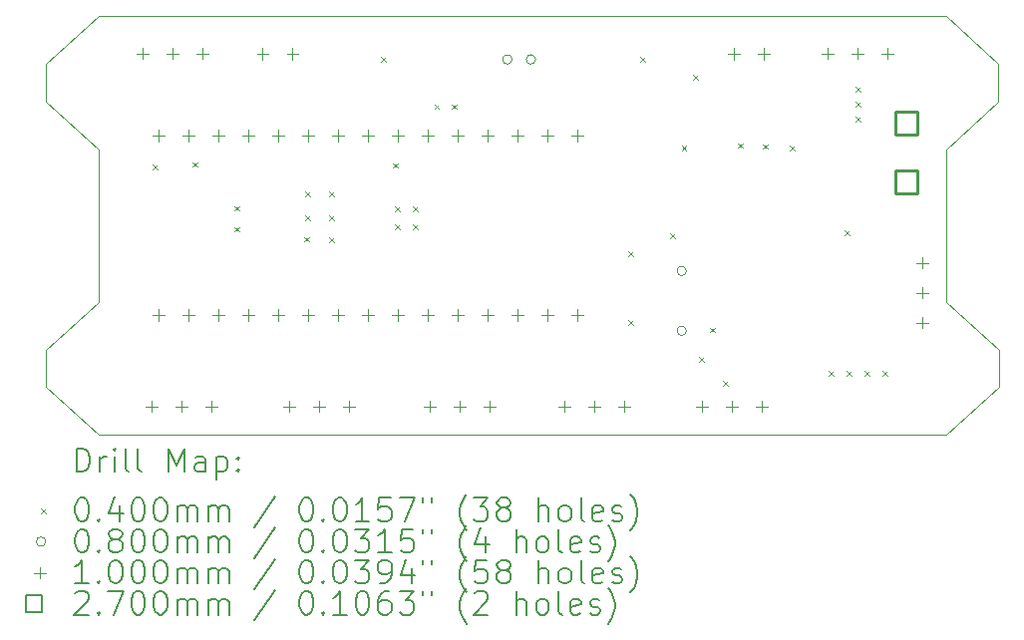
<source format=gbr>
%TF.GenerationSoftware,KiCad,Pcbnew,8.0.5*%
%TF.CreationDate,2024-09-28T12:56:41-04:00*%
%TF.ProjectId,luytenPCB,6c757974-656e-4504-9342-2e6b69636164,rev?*%
%TF.SameCoordinates,Original*%
%TF.FileFunction,Drillmap*%
%TF.FilePolarity,Positive*%
%FSLAX45Y45*%
G04 Gerber Fmt 4.5, Leading zero omitted, Abs format (unit mm)*
G04 Created by KiCad (PCBNEW 8.0.5) date 2024-09-28 12:56:41*
%MOMM*%
%LPD*%
G01*
G04 APERTURE LIST*
%ADD10C,0.100000*%
%ADD11C,0.200000*%
%ADD12C,0.270000*%
G04 APERTURE END LIST*
D10*
X4629150Y-6286500D02*
X4184650Y-5880100D01*
X4184650Y-5562600D02*
X4629150Y-5156200D01*
X11830050Y-5156200D02*
X12274550Y-5562600D01*
X4629150Y-3860800D02*
X4629150Y-5156200D01*
X12274550Y-5562600D02*
X12274550Y-5880100D01*
X11823700Y-2730500D02*
X12268200Y-3136900D01*
X12268200Y-3454400D02*
X11823700Y-3860800D01*
X4184650Y-3454400D02*
X4184650Y-3136900D01*
X11830050Y-6286500D02*
X4629150Y-6286500D01*
X4629150Y-3860800D02*
X4184650Y-3454400D01*
X12274550Y-5880100D02*
X11830050Y-6286500D01*
X4629150Y-2730500D02*
X11823700Y-2730500D01*
X4184650Y-5880100D02*
X4184650Y-5562600D01*
X12268200Y-3136900D02*
X12268200Y-3454400D01*
X11823700Y-3860800D02*
X11830050Y-5156200D01*
X4184650Y-3136900D02*
X4629150Y-2730500D01*
D11*
D10*
X5085400Y-3993200D02*
X5125400Y-4033200D01*
X5125400Y-3993200D02*
X5085400Y-4033200D01*
X5425760Y-3972880D02*
X5465760Y-4012880D01*
X5465760Y-3972880D02*
X5425760Y-4012880D01*
X5781360Y-4343720D02*
X5821360Y-4383720D01*
X5821360Y-4343720D02*
X5781360Y-4383720D01*
X5781360Y-4521520D02*
X5821360Y-4561520D01*
X5821360Y-4521520D02*
X5781360Y-4561520D01*
X6375720Y-4607880D02*
X6415720Y-4647880D01*
X6415720Y-4607880D02*
X6375720Y-4647880D01*
X6380800Y-4221800D02*
X6420800Y-4261800D01*
X6420800Y-4221800D02*
X6380800Y-4261800D01*
X6380800Y-4425000D02*
X6420800Y-4465000D01*
X6420800Y-4425000D02*
X6380800Y-4465000D01*
X6584000Y-4221800D02*
X6624000Y-4261800D01*
X6624000Y-4221800D02*
X6584000Y-4261800D01*
X6584000Y-4425000D02*
X6624000Y-4465000D01*
X6624000Y-4425000D02*
X6584000Y-4465000D01*
X6584000Y-4612960D02*
X6624000Y-4652960D01*
X6624000Y-4612960D02*
X6584000Y-4652960D01*
X7030000Y-3080000D02*
X7070000Y-3120000D01*
X7070000Y-3080000D02*
X7030000Y-3120000D01*
X7130000Y-3980000D02*
X7170000Y-4020000D01*
X7170000Y-3980000D02*
X7130000Y-4020000D01*
X7142800Y-4348800D02*
X7182800Y-4388800D01*
X7182800Y-4348800D02*
X7142800Y-4388800D01*
X7142800Y-4501200D02*
X7182800Y-4541200D01*
X7182800Y-4501200D02*
X7142800Y-4541200D01*
X7295200Y-4348800D02*
X7335200Y-4388800D01*
X7335200Y-4348800D02*
X7295200Y-4388800D01*
X7295200Y-4501200D02*
X7335200Y-4541200D01*
X7335200Y-4501200D02*
X7295200Y-4541200D01*
X7480000Y-3480000D02*
X7520000Y-3520000D01*
X7520000Y-3480000D02*
X7480000Y-3520000D01*
X7630000Y-3480000D02*
X7670000Y-3520000D01*
X7670000Y-3480000D02*
X7630000Y-3520000D01*
X9130000Y-4730000D02*
X9170000Y-4770000D01*
X9170000Y-4730000D02*
X9130000Y-4770000D01*
X9130000Y-5314000D02*
X9170000Y-5354000D01*
X9170000Y-5314000D02*
X9130000Y-5354000D01*
X9230000Y-3080000D02*
X9270000Y-3120000D01*
X9270000Y-3080000D02*
X9230000Y-3120000D01*
X9480000Y-4580000D02*
X9520000Y-4620000D01*
X9520000Y-4580000D02*
X9480000Y-4620000D01*
X9580000Y-3830000D02*
X9620000Y-3870000D01*
X9620000Y-3830000D02*
X9580000Y-3870000D01*
X9680000Y-3230000D02*
X9720000Y-3270000D01*
X9720000Y-3230000D02*
X9680000Y-3270000D01*
X9730000Y-5630000D02*
X9770000Y-5670000D01*
X9770000Y-5630000D02*
X9730000Y-5670000D01*
X9822500Y-5377500D02*
X9862500Y-5417500D01*
X9862500Y-5377500D02*
X9822500Y-5417500D01*
X9930000Y-5830000D02*
X9970000Y-5870000D01*
X9970000Y-5830000D02*
X9930000Y-5870000D01*
X10058720Y-3810320D02*
X10098720Y-3850320D01*
X10098720Y-3810320D02*
X10058720Y-3850320D01*
X10272080Y-3820480D02*
X10312080Y-3860480D01*
X10312080Y-3820480D02*
X10272080Y-3860480D01*
X10495600Y-3830640D02*
X10535600Y-3870640D01*
X10535600Y-3830640D02*
X10495600Y-3870640D01*
X10825800Y-5745800D02*
X10865800Y-5785800D01*
X10865800Y-5745800D02*
X10825800Y-5785800D01*
X10965500Y-4552000D02*
X11005500Y-4592000D01*
X11005500Y-4552000D02*
X10965500Y-4592000D01*
X10978200Y-5745800D02*
X11018200Y-5785800D01*
X11018200Y-5745800D02*
X10978200Y-5785800D01*
X11054400Y-3332800D02*
X11094400Y-3372800D01*
X11094400Y-3332800D02*
X11054400Y-3372800D01*
X11054400Y-3459800D02*
X11094400Y-3499800D01*
X11094400Y-3459800D02*
X11054400Y-3499800D01*
X11054400Y-3586800D02*
X11094400Y-3626800D01*
X11094400Y-3586800D02*
X11054400Y-3626800D01*
X11130600Y-5745800D02*
X11170600Y-5785800D01*
X11170600Y-5745800D02*
X11130600Y-5785800D01*
X11283000Y-5745800D02*
X11323000Y-5785800D01*
X11323000Y-5745800D02*
X11283000Y-5785800D01*
X8140000Y-3100000D02*
G75*
G02*
X8060000Y-3100000I-40000J0D01*
G01*
X8060000Y-3100000D02*
G75*
G02*
X8140000Y-3100000I40000J0D01*
G01*
X8340000Y-3100000D02*
G75*
G02*
X8260000Y-3100000I-40000J0D01*
G01*
X8260000Y-3100000D02*
G75*
G02*
X8340000Y-3100000I40000J0D01*
G01*
X9620270Y-4897120D02*
G75*
G02*
X9540270Y-4897120I-40000J0D01*
G01*
X9540270Y-4897120D02*
G75*
G02*
X9620270Y-4897120I40000J0D01*
G01*
X9620270Y-5405120D02*
G75*
G02*
X9540270Y-5405120I-40000J0D01*
G01*
X9540270Y-5405120D02*
G75*
G02*
X9620270Y-5405120I40000J0D01*
G01*
X5005300Y-2998000D02*
X5005300Y-3098000D01*
X4955300Y-3048000D02*
X5055300Y-3048000D01*
X5080000Y-5995200D02*
X5080000Y-6095200D01*
X5030000Y-6045200D02*
X5130000Y-6045200D01*
X5135880Y-3693960D02*
X5135880Y-3793960D01*
X5085880Y-3743960D02*
X5185880Y-3743960D01*
X5135880Y-5217960D02*
X5135880Y-5317960D01*
X5085880Y-5267960D02*
X5185880Y-5267960D01*
X5259300Y-2998000D02*
X5259300Y-3098000D01*
X5209300Y-3048000D02*
X5309300Y-3048000D01*
X5334000Y-5995200D02*
X5334000Y-6095200D01*
X5284000Y-6045200D02*
X5384000Y-6045200D01*
X5389880Y-3693960D02*
X5389880Y-3793960D01*
X5339880Y-3743960D02*
X5439880Y-3743960D01*
X5389880Y-5217960D02*
X5389880Y-5317960D01*
X5339880Y-5267960D02*
X5439880Y-5267960D01*
X5513300Y-2998000D02*
X5513300Y-3098000D01*
X5463300Y-3048000D02*
X5563300Y-3048000D01*
X5588000Y-5995200D02*
X5588000Y-6095200D01*
X5538000Y-6045200D02*
X5638000Y-6045200D01*
X5643880Y-3693960D02*
X5643880Y-3793960D01*
X5593880Y-3743960D02*
X5693880Y-3743960D01*
X5643880Y-5217960D02*
X5643880Y-5317960D01*
X5593880Y-5267960D02*
X5693880Y-5267960D01*
X5897880Y-3693960D02*
X5897880Y-3793960D01*
X5847880Y-3743960D02*
X5947880Y-3743960D01*
X5897880Y-5217960D02*
X5897880Y-5317960D01*
X5847880Y-5267960D02*
X5947880Y-5267960D01*
X6022500Y-3000000D02*
X6022500Y-3100000D01*
X5972500Y-3050000D02*
X6072500Y-3050000D01*
X6151880Y-3693960D02*
X6151880Y-3793960D01*
X6101880Y-3743960D02*
X6201880Y-3743960D01*
X6151880Y-5217960D02*
X6151880Y-5317960D01*
X6101880Y-5267960D02*
X6201880Y-5267960D01*
X6248400Y-5995200D02*
X6248400Y-6095200D01*
X6198400Y-6045200D02*
X6298400Y-6045200D01*
X6276500Y-3000000D02*
X6276500Y-3100000D01*
X6226500Y-3050000D02*
X6326500Y-3050000D01*
X6405880Y-3693960D02*
X6405880Y-3793960D01*
X6355880Y-3743960D02*
X6455880Y-3743960D01*
X6405880Y-5217960D02*
X6405880Y-5317960D01*
X6355880Y-5267960D02*
X6455880Y-5267960D01*
X6502400Y-5995200D02*
X6502400Y-6095200D01*
X6452400Y-6045200D02*
X6552400Y-6045200D01*
X6659880Y-3693960D02*
X6659880Y-3793960D01*
X6609880Y-3743960D02*
X6709880Y-3743960D01*
X6659880Y-5217960D02*
X6659880Y-5317960D01*
X6609880Y-5267960D02*
X6709880Y-5267960D01*
X6756400Y-5995200D02*
X6756400Y-6095200D01*
X6706400Y-6045200D02*
X6806400Y-6045200D01*
X6913880Y-3693960D02*
X6913880Y-3793960D01*
X6863880Y-3743960D02*
X6963880Y-3743960D01*
X6913880Y-5217960D02*
X6913880Y-5317960D01*
X6863880Y-5267960D02*
X6963880Y-5267960D01*
X7167880Y-3693960D02*
X7167880Y-3793960D01*
X7117880Y-3743960D02*
X7217880Y-3743960D01*
X7167880Y-5217960D02*
X7167880Y-5317960D01*
X7117880Y-5267960D02*
X7217880Y-5267960D01*
X7421880Y-3693960D02*
X7421880Y-3793960D01*
X7371880Y-3743960D02*
X7471880Y-3743960D01*
X7421880Y-5217960D02*
X7421880Y-5317960D01*
X7371880Y-5267960D02*
X7471880Y-5267960D01*
X7442200Y-5995200D02*
X7442200Y-6095200D01*
X7392200Y-6045200D02*
X7492200Y-6045200D01*
X7675880Y-3693960D02*
X7675880Y-3793960D01*
X7625880Y-3743960D02*
X7725880Y-3743960D01*
X7675880Y-5217960D02*
X7675880Y-5317960D01*
X7625880Y-5267960D02*
X7725880Y-5267960D01*
X7696200Y-5995200D02*
X7696200Y-6095200D01*
X7646200Y-6045200D02*
X7746200Y-6045200D01*
X7929880Y-3693960D02*
X7929880Y-3793960D01*
X7879880Y-3743960D02*
X7979880Y-3743960D01*
X7929880Y-5217960D02*
X7929880Y-5317960D01*
X7879880Y-5267960D02*
X7979880Y-5267960D01*
X7950200Y-5995200D02*
X7950200Y-6095200D01*
X7900200Y-6045200D02*
X8000200Y-6045200D01*
X8183880Y-3693960D02*
X8183880Y-3793960D01*
X8133880Y-3743960D02*
X8233880Y-3743960D01*
X8183880Y-5217960D02*
X8183880Y-5317960D01*
X8133880Y-5267960D02*
X8233880Y-5267960D01*
X8437880Y-3693960D02*
X8437880Y-3793960D01*
X8387880Y-3743960D02*
X8487880Y-3743960D01*
X8437880Y-5217960D02*
X8437880Y-5317960D01*
X8387880Y-5267960D02*
X8487880Y-5267960D01*
X8585200Y-5995200D02*
X8585200Y-6095200D01*
X8535200Y-6045200D02*
X8635200Y-6045200D01*
X8691880Y-3693960D02*
X8691880Y-3793960D01*
X8641880Y-3743960D02*
X8741880Y-3743960D01*
X8691880Y-5217960D02*
X8691880Y-5317960D01*
X8641880Y-5267960D02*
X8741880Y-5267960D01*
X8839200Y-5995200D02*
X8839200Y-6095200D01*
X8789200Y-6045200D02*
X8889200Y-6045200D01*
X9093200Y-5995200D02*
X9093200Y-6095200D01*
X9043200Y-6045200D02*
X9143200Y-6045200D01*
X9755100Y-5995200D02*
X9755100Y-6095200D01*
X9705100Y-6045200D02*
X9805100Y-6045200D01*
X10009100Y-5995200D02*
X10009100Y-6095200D01*
X9959100Y-6045200D02*
X10059100Y-6045200D01*
X10023500Y-3000000D02*
X10023500Y-3100000D01*
X9973500Y-3050000D02*
X10073500Y-3050000D01*
X10263100Y-5995200D02*
X10263100Y-6095200D01*
X10213100Y-6045200D02*
X10313100Y-6045200D01*
X10277500Y-3000000D02*
X10277500Y-3100000D01*
X10227500Y-3050000D02*
X10327500Y-3050000D01*
X10818900Y-2998000D02*
X10818900Y-3098000D01*
X10768900Y-3048000D02*
X10868900Y-3048000D01*
X11072900Y-2998000D02*
X11072900Y-3098000D01*
X11022900Y-3048000D02*
X11122900Y-3048000D01*
X11326900Y-2998000D02*
X11326900Y-3098000D01*
X11276900Y-3048000D02*
X11376900Y-3048000D01*
X11622555Y-4776000D02*
X11622555Y-4876000D01*
X11572555Y-4826000D02*
X11672555Y-4826000D01*
X11622555Y-5030000D02*
X11622555Y-5130000D01*
X11572555Y-5080000D02*
X11672555Y-5080000D01*
X11622555Y-5284000D02*
X11622555Y-5384000D01*
X11572555Y-5334000D02*
X11672555Y-5334000D01*
D12*
X11583449Y-3735376D02*
X11583449Y-3544456D01*
X11392529Y-3544456D01*
X11392529Y-3735376D01*
X11583449Y-3735376D01*
X11583449Y-4235377D02*
X11583449Y-4044456D01*
X11392529Y-4044456D01*
X11392529Y-4235377D01*
X11583449Y-4235377D01*
D11*
X4440427Y-6602984D02*
X4440427Y-6402984D01*
X4440427Y-6402984D02*
X4488046Y-6402984D01*
X4488046Y-6402984D02*
X4516617Y-6412508D01*
X4516617Y-6412508D02*
X4535665Y-6431555D01*
X4535665Y-6431555D02*
X4545189Y-6450603D01*
X4545189Y-6450603D02*
X4554713Y-6488698D01*
X4554713Y-6488698D02*
X4554713Y-6517269D01*
X4554713Y-6517269D02*
X4545189Y-6555365D01*
X4545189Y-6555365D02*
X4535665Y-6574412D01*
X4535665Y-6574412D02*
X4516617Y-6593460D01*
X4516617Y-6593460D02*
X4488046Y-6602984D01*
X4488046Y-6602984D02*
X4440427Y-6602984D01*
X4640427Y-6602984D02*
X4640427Y-6469650D01*
X4640427Y-6507746D02*
X4649951Y-6488698D01*
X4649951Y-6488698D02*
X4659474Y-6479174D01*
X4659474Y-6479174D02*
X4678522Y-6469650D01*
X4678522Y-6469650D02*
X4697570Y-6469650D01*
X4764236Y-6602984D02*
X4764236Y-6469650D01*
X4764236Y-6402984D02*
X4754713Y-6412508D01*
X4754713Y-6412508D02*
X4764236Y-6422031D01*
X4764236Y-6422031D02*
X4773760Y-6412508D01*
X4773760Y-6412508D02*
X4764236Y-6402984D01*
X4764236Y-6402984D02*
X4764236Y-6422031D01*
X4888046Y-6602984D02*
X4868998Y-6593460D01*
X4868998Y-6593460D02*
X4859474Y-6574412D01*
X4859474Y-6574412D02*
X4859474Y-6402984D01*
X4992808Y-6602984D02*
X4973760Y-6593460D01*
X4973760Y-6593460D02*
X4964236Y-6574412D01*
X4964236Y-6574412D02*
X4964236Y-6402984D01*
X5221379Y-6602984D02*
X5221379Y-6402984D01*
X5221379Y-6402984D02*
X5288046Y-6545841D01*
X5288046Y-6545841D02*
X5354713Y-6402984D01*
X5354713Y-6402984D02*
X5354713Y-6602984D01*
X5535665Y-6602984D02*
X5535665Y-6498222D01*
X5535665Y-6498222D02*
X5526141Y-6479174D01*
X5526141Y-6479174D02*
X5507094Y-6469650D01*
X5507094Y-6469650D02*
X5468998Y-6469650D01*
X5468998Y-6469650D02*
X5449951Y-6479174D01*
X5535665Y-6593460D02*
X5516617Y-6602984D01*
X5516617Y-6602984D02*
X5468998Y-6602984D01*
X5468998Y-6602984D02*
X5449951Y-6593460D01*
X5449951Y-6593460D02*
X5440427Y-6574412D01*
X5440427Y-6574412D02*
X5440427Y-6555365D01*
X5440427Y-6555365D02*
X5449951Y-6536317D01*
X5449951Y-6536317D02*
X5468998Y-6526793D01*
X5468998Y-6526793D02*
X5516617Y-6526793D01*
X5516617Y-6526793D02*
X5535665Y-6517269D01*
X5630903Y-6469650D02*
X5630903Y-6669650D01*
X5630903Y-6479174D02*
X5649951Y-6469650D01*
X5649951Y-6469650D02*
X5688046Y-6469650D01*
X5688046Y-6469650D02*
X5707093Y-6479174D01*
X5707093Y-6479174D02*
X5716617Y-6488698D01*
X5716617Y-6488698D02*
X5726141Y-6507746D01*
X5726141Y-6507746D02*
X5726141Y-6564888D01*
X5726141Y-6564888D02*
X5716617Y-6583936D01*
X5716617Y-6583936D02*
X5707093Y-6593460D01*
X5707093Y-6593460D02*
X5688046Y-6602984D01*
X5688046Y-6602984D02*
X5649951Y-6602984D01*
X5649951Y-6602984D02*
X5630903Y-6593460D01*
X5811855Y-6583936D02*
X5821379Y-6593460D01*
X5821379Y-6593460D02*
X5811855Y-6602984D01*
X5811855Y-6602984D02*
X5802332Y-6593460D01*
X5802332Y-6593460D02*
X5811855Y-6583936D01*
X5811855Y-6583936D02*
X5811855Y-6602984D01*
X5811855Y-6479174D02*
X5821379Y-6488698D01*
X5821379Y-6488698D02*
X5811855Y-6498222D01*
X5811855Y-6498222D02*
X5802332Y-6488698D01*
X5802332Y-6488698D02*
X5811855Y-6479174D01*
X5811855Y-6479174D02*
X5811855Y-6498222D01*
D10*
X4139650Y-6911500D02*
X4179650Y-6951500D01*
X4179650Y-6911500D02*
X4139650Y-6951500D01*
D11*
X4478522Y-6822984D02*
X4497570Y-6822984D01*
X4497570Y-6822984D02*
X4516617Y-6832508D01*
X4516617Y-6832508D02*
X4526141Y-6842031D01*
X4526141Y-6842031D02*
X4535665Y-6861079D01*
X4535665Y-6861079D02*
X4545189Y-6899174D01*
X4545189Y-6899174D02*
X4545189Y-6946793D01*
X4545189Y-6946793D02*
X4535665Y-6984888D01*
X4535665Y-6984888D02*
X4526141Y-7003936D01*
X4526141Y-7003936D02*
X4516617Y-7013460D01*
X4516617Y-7013460D02*
X4497570Y-7022984D01*
X4497570Y-7022984D02*
X4478522Y-7022984D01*
X4478522Y-7022984D02*
X4459474Y-7013460D01*
X4459474Y-7013460D02*
X4449951Y-7003936D01*
X4449951Y-7003936D02*
X4440427Y-6984888D01*
X4440427Y-6984888D02*
X4430903Y-6946793D01*
X4430903Y-6946793D02*
X4430903Y-6899174D01*
X4430903Y-6899174D02*
X4440427Y-6861079D01*
X4440427Y-6861079D02*
X4449951Y-6842031D01*
X4449951Y-6842031D02*
X4459474Y-6832508D01*
X4459474Y-6832508D02*
X4478522Y-6822984D01*
X4630903Y-7003936D02*
X4640427Y-7013460D01*
X4640427Y-7013460D02*
X4630903Y-7022984D01*
X4630903Y-7022984D02*
X4621379Y-7013460D01*
X4621379Y-7013460D02*
X4630903Y-7003936D01*
X4630903Y-7003936D02*
X4630903Y-7022984D01*
X4811855Y-6889650D02*
X4811855Y-7022984D01*
X4764236Y-6813460D02*
X4716617Y-6956317D01*
X4716617Y-6956317D02*
X4840427Y-6956317D01*
X4954713Y-6822984D02*
X4973760Y-6822984D01*
X4973760Y-6822984D02*
X4992808Y-6832508D01*
X4992808Y-6832508D02*
X5002332Y-6842031D01*
X5002332Y-6842031D02*
X5011855Y-6861079D01*
X5011855Y-6861079D02*
X5021379Y-6899174D01*
X5021379Y-6899174D02*
X5021379Y-6946793D01*
X5021379Y-6946793D02*
X5011855Y-6984888D01*
X5011855Y-6984888D02*
X5002332Y-7003936D01*
X5002332Y-7003936D02*
X4992808Y-7013460D01*
X4992808Y-7013460D02*
X4973760Y-7022984D01*
X4973760Y-7022984D02*
X4954713Y-7022984D01*
X4954713Y-7022984D02*
X4935665Y-7013460D01*
X4935665Y-7013460D02*
X4926141Y-7003936D01*
X4926141Y-7003936D02*
X4916617Y-6984888D01*
X4916617Y-6984888D02*
X4907094Y-6946793D01*
X4907094Y-6946793D02*
X4907094Y-6899174D01*
X4907094Y-6899174D02*
X4916617Y-6861079D01*
X4916617Y-6861079D02*
X4926141Y-6842031D01*
X4926141Y-6842031D02*
X4935665Y-6832508D01*
X4935665Y-6832508D02*
X4954713Y-6822984D01*
X5145189Y-6822984D02*
X5164236Y-6822984D01*
X5164236Y-6822984D02*
X5183284Y-6832508D01*
X5183284Y-6832508D02*
X5192808Y-6842031D01*
X5192808Y-6842031D02*
X5202332Y-6861079D01*
X5202332Y-6861079D02*
X5211855Y-6899174D01*
X5211855Y-6899174D02*
X5211855Y-6946793D01*
X5211855Y-6946793D02*
X5202332Y-6984888D01*
X5202332Y-6984888D02*
X5192808Y-7003936D01*
X5192808Y-7003936D02*
X5183284Y-7013460D01*
X5183284Y-7013460D02*
X5164236Y-7022984D01*
X5164236Y-7022984D02*
X5145189Y-7022984D01*
X5145189Y-7022984D02*
X5126141Y-7013460D01*
X5126141Y-7013460D02*
X5116617Y-7003936D01*
X5116617Y-7003936D02*
X5107094Y-6984888D01*
X5107094Y-6984888D02*
X5097570Y-6946793D01*
X5097570Y-6946793D02*
X5097570Y-6899174D01*
X5097570Y-6899174D02*
X5107094Y-6861079D01*
X5107094Y-6861079D02*
X5116617Y-6842031D01*
X5116617Y-6842031D02*
X5126141Y-6832508D01*
X5126141Y-6832508D02*
X5145189Y-6822984D01*
X5297570Y-7022984D02*
X5297570Y-6889650D01*
X5297570Y-6908698D02*
X5307094Y-6899174D01*
X5307094Y-6899174D02*
X5326141Y-6889650D01*
X5326141Y-6889650D02*
X5354713Y-6889650D01*
X5354713Y-6889650D02*
X5373760Y-6899174D01*
X5373760Y-6899174D02*
X5383284Y-6918222D01*
X5383284Y-6918222D02*
X5383284Y-7022984D01*
X5383284Y-6918222D02*
X5392808Y-6899174D01*
X5392808Y-6899174D02*
X5411855Y-6889650D01*
X5411855Y-6889650D02*
X5440427Y-6889650D01*
X5440427Y-6889650D02*
X5459475Y-6899174D01*
X5459475Y-6899174D02*
X5468998Y-6918222D01*
X5468998Y-6918222D02*
X5468998Y-7022984D01*
X5564236Y-7022984D02*
X5564236Y-6889650D01*
X5564236Y-6908698D02*
X5573760Y-6899174D01*
X5573760Y-6899174D02*
X5592808Y-6889650D01*
X5592808Y-6889650D02*
X5621379Y-6889650D01*
X5621379Y-6889650D02*
X5640427Y-6899174D01*
X5640427Y-6899174D02*
X5649951Y-6918222D01*
X5649951Y-6918222D02*
X5649951Y-7022984D01*
X5649951Y-6918222D02*
X5659474Y-6899174D01*
X5659474Y-6899174D02*
X5678522Y-6889650D01*
X5678522Y-6889650D02*
X5707093Y-6889650D01*
X5707093Y-6889650D02*
X5726141Y-6899174D01*
X5726141Y-6899174D02*
X5735665Y-6918222D01*
X5735665Y-6918222D02*
X5735665Y-7022984D01*
X6126141Y-6813460D02*
X5954713Y-7070603D01*
X6383284Y-6822984D02*
X6402332Y-6822984D01*
X6402332Y-6822984D02*
X6421379Y-6832508D01*
X6421379Y-6832508D02*
X6430903Y-6842031D01*
X6430903Y-6842031D02*
X6440427Y-6861079D01*
X6440427Y-6861079D02*
X6449951Y-6899174D01*
X6449951Y-6899174D02*
X6449951Y-6946793D01*
X6449951Y-6946793D02*
X6440427Y-6984888D01*
X6440427Y-6984888D02*
X6430903Y-7003936D01*
X6430903Y-7003936D02*
X6421379Y-7013460D01*
X6421379Y-7013460D02*
X6402332Y-7022984D01*
X6402332Y-7022984D02*
X6383284Y-7022984D01*
X6383284Y-7022984D02*
X6364236Y-7013460D01*
X6364236Y-7013460D02*
X6354713Y-7003936D01*
X6354713Y-7003936D02*
X6345189Y-6984888D01*
X6345189Y-6984888D02*
X6335665Y-6946793D01*
X6335665Y-6946793D02*
X6335665Y-6899174D01*
X6335665Y-6899174D02*
X6345189Y-6861079D01*
X6345189Y-6861079D02*
X6354713Y-6842031D01*
X6354713Y-6842031D02*
X6364236Y-6832508D01*
X6364236Y-6832508D02*
X6383284Y-6822984D01*
X6535665Y-7003936D02*
X6545189Y-7013460D01*
X6545189Y-7013460D02*
X6535665Y-7022984D01*
X6535665Y-7022984D02*
X6526141Y-7013460D01*
X6526141Y-7013460D02*
X6535665Y-7003936D01*
X6535665Y-7003936D02*
X6535665Y-7022984D01*
X6668998Y-6822984D02*
X6688046Y-6822984D01*
X6688046Y-6822984D02*
X6707094Y-6832508D01*
X6707094Y-6832508D02*
X6716617Y-6842031D01*
X6716617Y-6842031D02*
X6726141Y-6861079D01*
X6726141Y-6861079D02*
X6735665Y-6899174D01*
X6735665Y-6899174D02*
X6735665Y-6946793D01*
X6735665Y-6946793D02*
X6726141Y-6984888D01*
X6726141Y-6984888D02*
X6716617Y-7003936D01*
X6716617Y-7003936D02*
X6707094Y-7013460D01*
X6707094Y-7013460D02*
X6688046Y-7022984D01*
X6688046Y-7022984D02*
X6668998Y-7022984D01*
X6668998Y-7022984D02*
X6649951Y-7013460D01*
X6649951Y-7013460D02*
X6640427Y-7003936D01*
X6640427Y-7003936D02*
X6630903Y-6984888D01*
X6630903Y-6984888D02*
X6621379Y-6946793D01*
X6621379Y-6946793D02*
X6621379Y-6899174D01*
X6621379Y-6899174D02*
X6630903Y-6861079D01*
X6630903Y-6861079D02*
X6640427Y-6842031D01*
X6640427Y-6842031D02*
X6649951Y-6832508D01*
X6649951Y-6832508D02*
X6668998Y-6822984D01*
X6926141Y-7022984D02*
X6811856Y-7022984D01*
X6868998Y-7022984D02*
X6868998Y-6822984D01*
X6868998Y-6822984D02*
X6849951Y-6851555D01*
X6849951Y-6851555D02*
X6830903Y-6870603D01*
X6830903Y-6870603D02*
X6811856Y-6880127D01*
X7107094Y-6822984D02*
X7011856Y-6822984D01*
X7011856Y-6822984D02*
X7002332Y-6918222D01*
X7002332Y-6918222D02*
X7011856Y-6908698D01*
X7011856Y-6908698D02*
X7030903Y-6899174D01*
X7030903Y-6899174D02*
X7078522Y-6899174D01*
X7078522Y-6899174D02*
X7097570Y-6908698D01*
X7097570Y-6908698D02*
X7107094Y-6918222D01*
X7107094Y-6918222D02*
X7116617Y-6937269D01*
X7116617Y-6937269D02*
X7116617Y-6984888D01*
X7116617Y-6984888D02*
X7107094Y-7003936D01*
X7107094Y-7003936D02*
X7097570Y-7013460D01*
X7097570Y-7013460D02*
X7078522Y-7022984D01*
X7078522Y-7022984D02*
X7030903Y-7022984D01*
X7030903Y-7022984D02*
X7011856Y-7013460D01*
X7011856Y-7013460D02*
X7002332Y-7003936D01*
X7183284Y-6822984D02*
X7316617Y-6822984D01*
X7316617Y-6822984D02*
X7230903Y-7022984D01*
X7383284Y-6822984D02*
X7383284Y-6861079D01*
X7459475Y-6822984D02*
X7459475Y-6861079D01*
X7754713Y-7099174D02*
X7745189Y-7089650D01*
X7745189Y-7089650D02*
X7726141Y-7061079D01*
X7726141Y-7061079D02*
X7716618Y-7042031D01*
X7716618Y-7042031D02*
X7707094Y-7013460D01*
X7707094Y-7013460D02*
X7697570Y-6965841D01*
X7697570Y-6965841D02*
X7697570Y-6927746D01*
X7697570Y-6927746D02*
X7707094Y-6880127D01*
X7707094Y-6880127D02*
X7716618Y-6851555D01*
X7716618Y-6851555D02*
X7726141Y-6832508D01*
X7726141Y-6832508D02*
X7745189Y-6803936D01*
X7745189Y-6803936D02*
X7754713Y-6794412D01*
X7811856Y-6822984D02*
X7935665Y-6822984D01*
X7935665Y-6822984D02*
X7868998Y-6899174D01*
X7868998Y-6899174D02*
X7897570Y-6899174D01*
X7897570Y-6899174D02*
X7916618Y-6908698D01*
X7916618Y-6908698D02*
X7926141Y-6918222D01*
X7926141Y-6918222D02*
X7935665Y-6937269D01*
X7935665Y-6937269D02*
X7935665Y-6984888D01*
X7935665Y-6984888D02*
X7926141Y-7003936D01*
X7926141Y-7003936D02*
X7916618Y-7013460D01*
X7916618Y-7013460D02*
X7897570Y-7022984D01*
X7897570Y-7022984D02*
X7840427Y-7022984D01*
X7840427Y-7022984D02*
X7821379Y-7013460D01*
X7821379Y-7013460D02*
X7811856Y-7003936D01*
X8049951Y-6908698D02*
X8030903Y-6899174D01*
X8030903Y-6899174D02*
X8021379Y-6889650D01*
X8021379Y-6889650D02*
X8011856Y-6870603D01*
X8011856Y-6870603D02*
X8011856Y-6861079D01*
X8011856Y-6861079D02*
X8021379Y-6842031D01*
X8021379Y-6842031D02*
X8030903Y-6832508D01*
X8030903Y-6832508D02*
X8049951Y-6822984D01*
X8049951Y-6822984D02*
X8088046Y-6822984D01*
X8088046Y-6822984D02*
X8107094Y-6832508D01*
X8107094Y-6832508D02*
X8116618Y-6842031D01*
X8116618Y-6842031D02*
X8126141Y-6861079D01*
X8126141Y-6861079D02*
X8126141Y-6870603D01*
X8126141Y-6870603D02*
X8116618Y-6889650D01*
X8116618Y-6889650D02*
X8107094Y-6899174D01*
X8107094Y-6899174D02*
X8088046Y-6908698D01*
X8088046Y-6908698D02*
X8049951Y-6908698D01*
X8049951Y-6908698D02*
X8030903Y-6918222D01*
X8030903Y-6918222D02*
X8021379Y-6927746D01*
X8021379Y-6927746D02*
X8011856Y-6946793D01*
X8011856Y-6946793D02*
X8011856Y-6984888D01*
X8011856Y-6984888D02*
X8021379Y-7003936D01*
X8021379Y-7003936D02*
X8030903Y-7013460D01*
X8030903Y-7013460D02*
X8049951Y-7022984D01*
X8049951Y-7022984D02*
X8088046Y-7022984D01*
X8088046Y-7022984D02*
X8107094Y-7013460D01*
X8107094Y-7013460D02*
X8116618Y-7003936D01*
X8116618Y-7003936D02*
X8126141Y-6984888D01*
X8126141Y-6984888D02*
X8126141Y-6946793D01*
X8126141Y-6946793D02*
X8116618Y-6927746D01*
X8116618Y-6927746D02*
X8107094Y-6918222D01*
X8107094Y-6918222D02*
X8088046Y-6908698D01*
X8364237Y-7022984D02*
X8364237Y-6822984D01*
X8449951Y-7022984D02*
X8449951Y-6918222D01*
X8449951Y-6918222D02*
X8440427Y-6899174D01*
X8440427Y-6899174D02*
X8421380Y-6889650D01*
X8421380Y-6889650D02*
X8392808Y-6889650D01*
X8392808Y-6889650D02*
X8373760Y-6899174D01*
X8373760Y-6899174D02*
X8364237Y-6908698D01*
X8573761Y-7022984D02*
X8554713Y-7013460D01*
X8554713Y-7013460D02*
X8545189Y-7003936D01*
X8545189Y-7003936D02*
X8535665Y-6984888D01*
X8535665Y-6984888D02*
X8535665Y-6927746D01*
X8535665Y-6927746D02*
X8545189Y-6908698D01*
X8545189Y-6908698D02*
X8554713Y-6899174D01*
X8554713Y-6899174D02*
X8573761Y-6889650D01*
X8573761Y-6889650D02*
X8602332Y-6889650D01*
X8602332Y-6889650D02*
X8621380Y-6899174D01*
X8621380Y-6899174D02*
X8630903Y-6908698D01*
X8630903Y-6908698D02*
X8640427Y-6927746D01*
X8640427Y-6927746D02*
X8640427Y-6984888D01*
X8640427Y-6984888D02*
X8630903Y-7003936D01*
X8630903Y-7003936D02*
X8621380Y-7013460D01*
X8621380Y-7013460D02*
X8602332Y-7022984D01*
X8602332Y-7022984D02*
X8573761Y-7022984D01*
X8754713Y-7022984D02*
X8735665Y-7013460D01*
X8735665Y-7013460D02*
X8726142Y-6994412D01*
X8726142Y-6994412D02*
X8726142Y-6822984D01*
X8907094Y-7013460D02*
X8888046Y-7022984D01*
X8888046Y-7022984D02*
X8849951Y-7022984D01*
X8849951Y-7022984D02*
X8830903Y-7013460D01*
X8830903Y-7013460D02*
X8821380Y-6994412D01*
X8821380Y-6994412D02*
X8821380Y-6918222D01*
X8821380Y-6918222D02*
X8830903Y-6899174D01*
X8830903Y-6899174D02*
X8849951Y-6889650D01*
X8849951Y-6889650D02*
X8888046Y-6889650D01*
X8888046Y-6889650D02*
X8907094Y-6899174D01*
X8907094Y-6899174D02*
X8916618Y-6918222D01*
X8916618Y-6918222D02*
X8916618Y-6937269D01*
X8916618Y-6937269D02*
X8821380Y-6956317D01*
X8992808Y-7013460D02*
X9011856Y-7022984D01*
X9011856Y-7022984D02*
X9049951Y-7022984D01*
X9049951Y-7022984D02*
X9068999Y-7013460D01*
X9068999Y-7013460D02*
X9078523Y-6994412D01*
X9078523Y-6994412D02*
X9078523Y-6984888D01*
X9078523Y-6984888D02*
X9068999Y-6965841D01*
X9068999Y-6965841D02*
X9049951Y-6956317D01*
X9049951Y-6956317D02*
X9021380Y-6956317D01*
X9021380Y-6956317D02*
X9002332Y-6946793D01*
X9002332Y-6946793D02*
X8992808Y-6927746D01*
X8992808Y-6927746D02*
X8992808Y-6918222D01*
X8992808Y-6918222D02*
X9002332Y-6899174D01*
X9002332Y-6899174D02*
X9021380Y-6889650D01*
X9021380Y-6889650D02*
X9049951Y-6889650D01*
X9049951Y-6889650D02*
X9068999Y-6899174D01*
X9145189Y-7099174D02*
X9154713Y-7089650D01*
X9154713Y-7089650D02*
X9173761Y-7061079D01*
X9173761Y-7061079D02*
X9183284Y-7042031D01*
X9183284Y-7042031D02*
X9192808Y-7013460D01*
X9192808Y-7013460D02*
X9202332Y-6965841D01*
X9202332Y-6965841D02*
X9202332Y-6927746D01*
X9202332Y-6927746D02*
X9192808Y-6880127D01*
X9192808Y-6880127D02*
X9183284Y-6851555D01*
X9183284Y-6851555D02*
X9173761Y-6832508D01*
X9173761Y-6832508D02*
X9154713Y-6803936D01*
X9154713Y-6803936D02*
X9145189Y-6794412D01*
D10*
X4179650Y-7195500D02*
G75*
G02*
X4099650Y-7195500I-40000J0D01*
G01*
X4099650Y-7195500D02*
G75*
G02*
X4179650Y-7195500I40000J0D01*
G01*
D11*
X4478522Y-7086984D02*
X4497570Y-7086984D01*
X4497570Y-7086984D02*
X4516617Y-7096508D01*
X4516617Y-7096508D02*
X4526141Y-7106031D01*
X4526141Y-7106031D02*
X4535665Y-7125079D01*
X4535665Y-7125079D02*
X4545189Y-7163174D01*
X4545189Y-7163174D02*
X4545189Y-7210793D01*
X4545189Y-7210793D02*
X4535665Y-7248888D01*
X4535665Y-7248888D02*
X4526141Y-7267936D01*
X4526141Y-7267936D02*
X4516617Y-7277460D01*
X4516617Y-7277460D02*
X4497570Y-7286984D01*
X4497570Y-7286984D02*
X4478522Y-7286984D01*
X4478522Y-7286984D02*
X4459474Y-7277460D01*
X4459474Y-7277460D02*
X4449951Y-7267936D01*
X4449951Y-7267936D02*
X4440427Y-7248888D01*
X4440427Y-7248888D02*
X4430903Y-7210793D01*
X4430903Y-7210793D02*
X4430903Y-7163174D01*
X4430903Y-7163174D02*
X4440427Y-7125079D01*
X4440427Y-7125079D02*
X4449951Y-7106031D01*
X4449951Y-7106031D02*
X4459474Y-7096508D01*
X4459474Y-7096508D02*
X4478522Y-7086984D01*
X4630903Y-7267936D02*
X4640427Y-7277460D01*
X4640427Y-7277460D02*
X4630903Y-7286984D01*
X4630903Y-7286984D02*
X4621379Y-7277460D01*
X4621379Y-7277460D02*
X4630903Y-7267936D01*
X4630903Y-7267936D02*
X4630903Y-7286984D01*
X4754713Y-7172698D02*
X4735665Y-7163174D01*
X4735665Y-7163174D02*
X4726141Y-7153650D01*
X4726141Y-7153650D02*
X4716617Y-7134603D01*
X4716617Y-7134603D02*
X4716617Y-7125079D01*
X4716617Y-7125079D02*
X4726141Y-7106031D01*
X4726141Y-7106031D02*
X4735665Y-7096508D01*
X4735665Y-7096508D02*
X4754713Y-7086984D01*
X4754713Y-7086984D02*
X4792808Y-7086984D01*
X4792808Y-7086984D02*
X4811855Y-7096508D01*
X4811855Y-7096508D02*
X4821379Y-7106031D01*
X4821379Y-7106031D02*
X4830903Y-7125079D01*
X4830903Y-7125079D02*
X4830903Y-7134603D01*
X4830903Y-7134603D02*
X4821379Y-7153650D01*
X4821379Y-7153650D02*
X4811855Y-7163174D01*
X4811855Y-7163174D02*
X4792808Y-7172698D01*
X4792808Y-7172698D02*
X4754713Y-7172698D01*
X4754713Y-7172698D02*
X4735665Y-7182222D01*
X4735665Y-7182222D02*
X4726141Y-7191746D01*
X4726141Y-7191746D02*
X4716617Y-7210793D01*
X4716617Y-7210793D02*
X4716617Y-7248888D01*
X4716617Y-7248888D02*
X4726141Y-7267936D01*
X4726141Y-7267936D02*
X4735665Y-7277460D01*
X4735665Y-7277460D02*
X4754713Y-7286984D01*
X4754713Y-7286984D02*
X4792808Y-7286984D01*
X4792808Y-7286984D02*
X4811855Y-7277460D01*
X4811855Y-7277460D02*
X4821379Y-7267936D01*
X4821379Y-7267936D02*
X4830903Y-7248888D01*
X4830903Y-7248888D02*
X4830903Y-7210793D01*
X4830903Y-7210793D02*
X4821379Y-7191746D01*
X4821379Y-7191746D02*
X4811855Y-7182222D01*
X4811855Y-7182222D02*
X4792808Y-7172698D01*
X4954713Y-7086984D02*
X4973760Y-7086984D01*
X4973760Y-7086984D02*
X4992808Y-7096508D01*
X4992808Y-7096508D02*
X5002332Y-7106031D01*
X5002332Y-7106031D02*
X5011855Y-7125079D01*
X5011855Y-7125079D02*
X5021379Y-7163174D01*
X5021379Y-7163174D02*
X5021379Y-7210793D01*
X5021379Y-7210793D02*
X5011855Y-7248888D01*
X5011855Y-7248888D02*
X5002332Y-7267936D01*
X5002332Y-7267936D02*
X4992808Y-7277460D01*
X4992808Y-7277460D02*
X4973760Y-7286984D01*
X4973760Y-7286984D02*
X4954713Y-7286984D01*
X4954713Y-7286984D02*
X4935665Y-7277460D01*
X4935665Y-7277460D02*
X4926141Y-7267936D01*
X4926141Y-7267936D02*
X4916617Y-7248888D01*
X4916617Y-7248888D02*
X4907094Y-7210793D01*
X4907094Y-7210793D02*
X4907094Y-7163174D01*
X4907094Y-7163174D02*
X4916617Y-7125079D01*
X4916617Y-7125079D02*
X4926141Y-7106031D01*
X4926141Y-7106031D02*
X4935665Y-7096508D01*
X4935665Y-7096508D02*
X4954713Y-7086984D01*
X5145189Y-7086984D02*
X5164236Y-7086984D01*
X5164236Y-7086984D02*
X5183284Y-7096508D01*
X5183284Y-7096508D02*
X5192808Y-7106031D01*
X5192808Y-7106031D02*
X5202332Y-7125079D01*
X5202332Y-7125079D02*
X5211855Y-7163174D01*
X5211855Y-7163174D02*
X5211855Y-7210793D01*
X5211855Y-7210793D02*
X5202332Y-7248888D01*
X5202332Y-7248888D02*
X5192808Y-7267936D01*
X5192808Y-7267936D02*
X5183284Y-7277460D01*
X5183284Y-7277460D02*
X5164236Y-7286984D01*
X5164236Y-7286984D02*
X5145189Y-7286984D01*
X5145189Y-7286984D02*
X5126141Y-7277460D01*
X5126141Y-7277460D02*
X5116617Y-7267936D01*
X5116617Y-7267936D02*
X5107094Y-7248888D01*
X5107094Y-7248888D02*
X5097570Y-7210793D01*
X5097570Y-7210793D02*
X5097570Y-7163174D01*
X5097570Y-7163174D02*
X5107094Y-7125079D01*
X5107094Y-7125079D02*
X5116617Y-7106031D01*
X5116617Y-7106031D02*
X5126141Y-7096508D01*
X5126141Y-7096508D02*
X5145189Y-7086984D01*
X5297570Y-7286984D02*
X5297570Y-7153650D01*
X5297570Y-7172698D02*
X5307094Y-7163174D01*
X5307094Y-7163174D02*
X5326141Y-7153650D01*
X5326141Y-7153650D02*
X5354713Y-7153650D01*
X5354713Y-7153650D02*
X5373760Y-7163174D01*
X5373760Y-7163174D02*
X5383284Y-7182222D01*
X5383284Y-7182222D02*
X5383284Y-7286984D01*
X5383284Y-7182222D02*
X5392808Y-7163174D01*
X5392808Y-7163174D02*
X5411855Y-7153650D01*
X5411855Y-7153650D02*
X5440427Y-7153650D01*
X5440427Y-7153650D02*
X5459475Y-7163174D01*
X5459475Y-7163174D02*
X5468998Y-7182222D01*
X5468998Y-7182222D02*
X5468998Y-7286984D01*
X5564236Y-7286984D02*
X5564236Y-7153650D01*
X5564236Y-7172698D02*
X5573760Y-7163174D01*
X5573760Y-7163174D02*
X5592808Y-7153650D01*
X5592808Y-7153650D02*
X5621379Y-7153650D01*
X5621379Y-7153650D02*
X5640427Y-7163174D01*
X5640427Y-7163174D02*
X5649951Y-7182222D01*
X5649951Y-7182222D02*
X5649951Y-7286984D01*
X5649951Y-7182222D02*
X5659474Y-7163174D01*
X5659474Y-7163174D02*
X5678522Y-7153650D01*
X5678522Y-7153650D02*
X5707093Y-7153650D01*
X5707093Y-7153650D02*
X5726141Y-7163174D01*
X5726141Y-7163174D02*
X5735665Y-7182222D01*
X5735665Y-7182222D02*
X5735665Y-7286984D01*
X6126141Y-7077460D02*
X5954713Y-7334603D01*
X6383284Y-7086984D02*
X6402332Y-7086984D01*
X6402332Y-7086984D02*
X6421379Y-7096508D01*
X6421379Y-7096508D02*
X6430903Y-7106031D01*
X6430903Y-7106031D02*
X6440427Y-7125079D01*
X6440427Y-7125079D02*
X6449951Y-7163174D01*
X6449951Y-7163174D02*
X6449951Y-7210793D01*
X6449951Y-7210793D02*
X6440427Y-7248888D01*
X6440427Y-7248888D02*
X6430903Y-7267936D01*
X6430903Y-7267936D02*
X6421379Y-7277460D01*
X6421379Y-7277460D02*
X6402332Y-7286984D01*
X6402332Y-7286984D02*
X6383284Y-7286984D01*
X6383284Y-7286984D02*
X6364236Y-7277460D01*
X6364236Y-7277460D02*
X6354713Y-7267936D01*
X6354713Y-7267936D02*
X6345189Y-7248888D01*
X6345189Y-7248888D02*
X6335665Y-7210793D01*
X6335665Y-7210793D02*
X6335665Y-7163174D01*
X6335665Y-7163174D02*
X6345189Y-7125079D01*
X6345189Y-7125079D02*
X6354713Y-7106031D01*
X6354713Y-7106031D02*
X6364236Y-7096508D01*
X6364236Y-7096508D02*
X6383284Y-7086984D01*
X6535665Y-7267936D02*
X6545189Y-7277460D01*
X6545189Y-7277460D02*
X6535665Y-7286984D01*
X6535665Y-7286984D02*
X6526141Y-7277460D01*
X6526141Y-7277460D02*
X6535665Y-7267936D01*
X6535665Y-7267936D02*
X6535665Y-7286984D01*
X6668998Y-7086984D02*
X6688046Y-7086984D01*
X6688046Y-7086984D02*
X6707094Y-7096508D01*
X6707094Y-7096508D02*
X6716617Y-7106031D01*
X6716617Y-7106031D02*
X6726141Y-7125079D01*
X6726141Y-7125079D02*
X6735665Y-7163174D01*
X6735665Y-7163174D02*
X6735665Y-7210793D01*
X6735665Y-7210793D02*
X6726141Y-7248888D01*
X6726141Y-7248888D02*
X6716617Y-7267936D01*
X6716617Y-7267936D02*
X6707094Y-7277460D01*
X6707094Y-7277460D02*
X6688046Y-7286984D01*
X6688046Y-7286984D02*
X6668998Y-7286984D01*
X6668998Y-7286984D02*
X6649951Y-7277460D01*
X6649951Y-7277460D02*
X6640427Y-7267936D01*
X6640427Y-7267936D02*
X6630903Y-7248888D01*
X6630903Y-7248888D02*
X6621379Y-7210793D01*
X6621379Y-7210793D02*
X6621379Y-7163174D01*
X6621379Y-7163174D02*
X6630903Y-7125079D01*
X6630903Y-7125079D02*
X6640427Y-7106031D01*
X6640427Y-7106031D02*
X6649951Y-7096508D01*
X6649951Y-7096508D02*
X6668998Y-7086984D01*
X6802332Y-7086984D02*
X6926141Y-7086984D01*
X6926141Y-7086984D02*
X6859475Y-7163174D01*
X6859475Y-7163174D02*
X6888046Y-7163174D01*
X6888046Y-7163174D02*
X6907094Y-7172698D01*
X6907094Y-7172698D02*
X6916617Y-7182222D01*
X6916617Y-7182222D02*
X6926141Y-7201269D01*
X6926141Y-7201269D02*
X6926141Y-7248888D01*
X6926141Y-7248888D02*
X6916617Y-7267936D01*
X6916617Y-7267936D02*
X6907094Y-7277460D01*
X6907094Y-7277460D02*
X6888046Y-7286984D01*
X6888046Y-7286984D02*
X6830903Y-7286984D01*
X6830903Y-7286984D02*
X6811856Y-7277460D01*
X6811856Y-7277460D02*
X6802332Y-7267936D01*
X7116617Y-7286984D02*
X7002332Y-7286984D01*
X7059475Y-7286984D02*
X7059475Y-7086984D01*
X7059475Y-7086984D02*
X7040427Y-7115555D01*
X7040427Y-7115555D02*
X7021379Y-7134603D01*
X7021379Y-7134603D02*
X7002332Y-7144127D01*
X7297570Y-7086984D02*
X7202332Y-7086984D01*
X7202332Y-7086984D02*
X7192808Y-7182222D01*
X7192808Y-7182222D02*
X7202332Y-7172698D01*
X7202332Y-7172698D02*
X7221379Y-7163174D01*
X7221379Y-7163174D02*
X7268998Y-7163174D01*
X7268998Y-7163174D02*
X7288046Y-7172698D01*
X7288046Y-7172698D02*
X7297570Y-7182222D01*
X7297570Y-7182222D02*
X7307094Y-7201269D01*
X7307094Y-7201269D02*
X7307094Y-7248888D01*
X7307094Y-7248888D02*
X7297570Y-7267936D01*
X7297570Y-7267936D02*
X7288046Y-7277460D01*
X7288046Y-7277460D02*
X7268998Y-7286984D01*
X7268998Y-7286984D02*
X7221379Y-7286984D01*
X7221379Y-7286984D02*
X7202332Y-7277460D01*
X7202332Y-7277460D02*
X7192808Y-7267936D01*
X7383284Y-7086984D02*
X7383284Y-7125079D01*
X7459475Y-7086984D02*
X7459475Y-7125079D01*
X7754713Y-7363174D02*
X7745189Y-7353650D01*
X7745189Y-7353650D02*
X7726141Y-7325079D01*
X7726141Y-7325079D02*
X7716618Y-7306031D01*
X7716618Y-7306031D02*
X7707094Y-7277460D01*
X7707094Y-7277460D02*
X7697570Y-7229841D01*
X7697570Y-7229841D02*
X7697570Y-7191746D01*
X7697570Y-7191746D02*
X7707094Y-7144127D01*
X7707094Y-7144127D02*
X7716618Y-7115555D01*
X7716618Y-7115555D02*
X7726141Y-7096508D01*
X7726141Y-7096508D02*
X7745189Y-7067936D01*
X7745189Y-7067936D02*
X7754713Y-7058412D01*
X7916618Y-7153650D02*
X7916618Y-7286984D01*
X7868998Y-7077460D02*
X7821379Y-7220317D01*
X7821379Y-7220317D02*
X7945189Y-7220317D01*
X8173760Y-7286984D02*
X8173760Y-7086984D01*
X8259475Y-7286984D02*
X8259475Y-7182222D01*
X8259475Y-7182222D02*
X8249951Y-7163174D01*
X8249951Y-7163174D02*
X8230903Y-7153650D01*
X8230903Y-7153650D02*
X8202332Y-7153650D01*
X8202332Y-7153650D02*
X8183284Y-7163174D01*
X8183284Y-7163174D02*
X8173760Y-7172698D01*
X8383284Y-7286984D02*
X8364237Y-7277460D01*
X8364237Y-7277460D02*
X8354713Y-7267936D01*
X8354713Y-7267936D02*
X8345189Y-7248888D01*
X8345189Y-7248888D02*
X8345189Y-7191746D01*
X8345189Y-7191746D02*
X8354713Y-7172698D01*
X8354713Y-7172698D02*
X8364237Y-7163174D01*
X8364237Y-7163174D02*
X8383284Y-7153650D01*
X8383284Y-7153650D02*
X8411856Y-7153650D01*
X8411856Y-7153650D02*
X8430903Y-7163174D01*
X8430903Y-7163174D02*
X8440427Y-7172698D01*
X8440427Y-7172698D02*
X8449951Y-7191746D01*
X8449951Y-7191746D02*
X8449951Y-7248888D01*
X8449951Y-7248888D02*
X8440427Y-7267936D01*
X8440427Y-7267936D02*
X8430903Y-7277460D01*
X8430903Y-7277460D02*
X8411856Y-7286984D01*
X8411856Y-7286984D02*
X8383284Y-7286984D01*
X8564237Y-7286984D02*
X8545189Y-7277460D01*
X8545189Y-7277460D02*
X8535665Y-7258412D01*
X8535665Y-7258412D02*
X8535665Y-7086984D01*
X8716618Y-7277460D02*
X8697570Y-7286984D01*
X8697570Y-7286984D02*
X8659475Y-7286984D01*
X8659475Y-7286984D02*
X8640427Y-7277460D01*
X8640427Y-7277460D02*
X8630903Y-7258412D01*
X8630903Y-7258412D02*
X8630903Y-7182222D01*
X8630903Y-7182222D02*
X8640427Y-7163174D01*
X8640427Y-7163174D02*
X8659475Y-7153650D01*
X8659475Y-7153650D02*
X8697570Y-7153650D01*
X8697570Y-7153650D02*
X8716618Y-7163174D01*
X8716618Y-7163174D02*
X8726142Y-7182222D01*
X8726142Y-7182222D02*
X8726142Y-7201269D01*
X8726142Y-7201269D02*
X8630903Y-7220317D01*
X8802332Y-7277460D02*
X8821380Y-7286984D01*
X8821380Y-7286984D02*
X8859475Y-7286984D01*
X8859475Y-7286984D02*
X8878523Y-7277460D01*
X8878523Y-7277460D02*
X8888046Y-7258412D01*
X8888046Y-7258412D02*
X8888046Y-7248888D01*
X8888046Y-7248888D02*
X8878523Y-7229841D01*
X8878523Y-7229841D02*
X8859475Y-7220317D01*
X8859475Y-7220317D02*
X8830903Y-7220317D01*
X8830903Y-7220317D02*
X8811856Y-7210793D01*
X8811856Y-7210793D02*
X8802332Y-7191746D01*
X8802332Y-7191746D02*
X8802332Y-7182222D01*
X8802332Y-7182222D02*
X8811856Y-7163174D01*
X8811856Y-7163174D02*
X8830903Y-7153650D01*
X8830903Y-7153650D02*
X8859475Y-7153650D01*
X8859475Y-7153650D02*
X8878523Y-7163174D01*
X8954713Y-7363174D02*
X8964237Y-7353650D01*
X8964237Y-7353650D02*
X8983284Y-7325079D01*
X8983284Y-7325079D02*
X8992808Y-7306031D01*
X8992808Y-7306031D02*
X9002332Y-7277460D01*
X9002332Y-7277460D02*
X9011856Y-7229841D01*
X9011856Y-7229841D02*
X9011856Y-7191746D01*
X9011856Y-7191746D02*
X9002332Y-7144127D01*
X9002332Y-7144127D02*
X8992808Y-7115555D01*
X8992808Y-7115555D02*
X8983284Y-7096508D01*
X8983284Y-7096508D02*
X8964237Y-7067936D01*
X8964237Y-7067936D02*
X8954713Y-7058412D01*
D10*
X4129650Y-7409500D02*
X4129650Y-7509500D01*
X4079650Y-7459500D02*
X4179650Y-7459500D01*
D11*
X4545189Y-7550984D02*
X4430903Y-7550984D01*
X4488046Y-7550984D02*
X4488046Y-7350984D01*
X4488046Y-7350984D02*
X4468998Y-7379555D01*
X4468998Y-7379555D02*
X4449951Y-7398603D01*
X4449951Y-7398603D02*
X4430903Y-7408127D01*
X4630903Y-7531936D02*
X4640427Y-7541460D01*
X4640427Y-7541460D02*
X4630903Y-7550984D01*
X4630903Y-7550984D02*
X4621379Y-7541460D01*
X4621379Y-7541460D02*
X4630903Y-7531936D01*
X4630903Y-7531936D02*
X4630903Y-7550984D01*
X4764236Y-7350984D02*
X4783284Y-7350984D01*
X4783284Y-7350984D02*
X4802332Y-7360508D01*
X4802332Y-7360508D02*
X4811855Y-7370031D01*
X4811855Y-7370031D02*
X4821379Y-7389079D01*
X4821379Y-7389079D02*
X4830903Y-7427174D01*
X4830903Y-7427174D02*
X4830903Y-7474793D01*
X4830903Y-7474793D02*
X4821379Y-7512888D01*
X4821379Y-7512888D02*
X4811855Y-7531936D01*
X4811855Y-7531936D02*
X4802332Y-7541460D01*
X4802332Y-7541460D02*
X4783284Y-7550984D01*
X4783284Y-7550984D02*
X4764236Y-7550984D01*
X4764236Y-7550984D02*
X4745189Y-7541460D01*
X4745189Y-7541460D02*
X4735665Y-7531936D01*
X4735665Y-7531936D02*
X4726141Y-7512888D01*
X4726141Y-7512888D02*
X4716617Y-7474793D01*
X4716617Y-7474793D02*
X4716617Y-7427174D01*
X4716617Y-7427174D02*
X4726141Y-7389079D01*
X4726141Y-7389079D02*
X4735665Y-7370031D01*
X4735665Y-7370031D02*
X4745189Y-7360508D01*
X4745189Y-7360508D02*
X4764236Y-7350984D01*
X4954713Y-7350984D02*
X4973760Y-7350984D01*
X4973760Y-7350984D02*
X4992808Y-7360508D01*
X4992808Y-7360508D02*
X5002332Y-7370031D01*
X5002332Y-7370031D02*
X5011855Y-7389079D01*
X5011855Y-7389079D02*
X5021379Y-7427174D01*
X5021379Y-7427174D02*
X5021379Y-7474793D01*
X5021379Y-7474793D02*
X5011855Y-7512888D01*
X5011855Y-7512888D02*
X5002332Y-7531936D01*
X5002332Y-7531936D02*
X4992808Y-7541460D01*
X4992808Y-7541460D02*
X4973760Y-7550984D01*
X4973760Y-7550984D02*
X4954713Y-7550984D01*
X4954713Y-7550984D02*
X4935665Y-7541460D01*
X4935665Y-7541460D02*
X4926141Y-7531936D01*
X4926141Y-7531936D02*
X4916617Y-7512888D01*
X4916617Y-7512888D02*
X4907094Y-7474793D01*
X4907094Y-7474793D02*
X4907094Y-7427174D01*
X4907094Y-7427174D02*
X4916617Y-7389079D01*
X4916617Y-7389079D02*
X4926141Y-7370031D01*
X4926141Y-7370031D02*
X4935665Y-7360508D01*
X4935665Y-7360508D02*
X4954713Y-7350984D01*
X5145189Y-7350984D02*
X5164236Y-7350984D01*
X5164236Y-7350984D02*
X5183284Y-7360508D01*
X5183284Y-7360508D02*
X5192808Y-7370031D01*
X5192808Y-7370031D02*
X5202332Y-7389079D01*
X5202332Y-7389079D02*
X5211855Y-7427174D01*
X5211855Y-7427174D02*
X5211855Y-7474793D01*
X5211855Y-7474793D02*
X5202332Y-7512888D01*
X5202332Y-7512888D02*
X5192808Y-7531936D01*
X5192808Y-7531936D02*
X5183284Y-7541460D01*
X5183284Y-7541460D02*
X5164236Y-7550984D01*
X5164236Y-7550984D02*
X5145189Y-7550984D01*
X5145189Y-7550984D02*
X5126141Y-7541460D01*
X5126141Y-7541460D02*
X5116617Y-7531936D01*
X5116617Y-7531936D02*
X5107094Y-7512888D01*
X5107094Y-7512888D02*
X5097570Y-7474793D01*
X5097570Y-7474793D02*
X5097570Y-7427174D01*
X5097570Y-7427174D02*
X5107094Y-7389079D01*
X5107094Y-7389079D02*
X5116617Y-7370031D01*
X5116617Y-7370031D02*
X5126141Y-7360508D01*
X5126141Y-7360508D02*
X5145189Y-7350984D01*
X5297570Y-7550984D02*
X5297570Y-7417650D01*
X5297570Y-7436698D02*
X5307094Y-7427174D01*
X5307094Y-7427174D02*
X5326141Y-7417650D01*
X5326141Y-7417650D02*
X5354713Y-7417650D01*
X5354713Y-7417650D02*
X5373760Y-7427174D01*
X5373760Y-7427174D02*
X5383284Y-7446222D01*
X5383284Y-7446222D02*
X5383284Y-7550984D01*
X5383284Y-7446222D02*
X5392808Y-7427174D01*
X5392808Y-7427174D02*
X5411855Y-7417650D01*
X5411855Y-7417650D02*
X5440427Y-7417650D01*
X5440427Y-7417650D02*
X5459475Y-7427174D01*
X5459475Y-7427174D02*
X5468998Y-7446222D01*
X5468998Y-7446222D02*
X5468998Y-7550984D01*
X5564236Y-7550984D02*
X5564236Y-7417650D01*
X5564236Y-7436698D02*
X5573760Y-7427174D01*
X5573760Y-7427174D02*
X5592808Y-7417650D01*
X5592808Y-7417650D02*
X5621379Y-7417650D01*
X5621379Y-7417650D02*
X5640427Y-7427174D01*
X5640427Y-7427174D02*
X5649951Y-7446222D01*
X5649951Y-7446222D02*
X5649951Y-7550984D01*
X5649951Y-7446222D02*
X5659474Y-7427174D01*
X5659474Y-7427174D02*
X5678522Y-7417650D01*
X5678522Y-7417650D02*
X5707093Y-7417650D01*
X5707093Y-7417650D02*
X5726141Y-7427174D01*
X5726141Y-7427174D02*
X5735665Y-7446222D01*
X5735665Y-7446222D02*
X5735665Y-7550984D01*
X6126141Y-7341460D02*
X5954713Y-7598603D01*
X6383284Y-7350984D02*
X6402332Y-7350984D01*
X6402332Y-7350984D02*
X6421379Y-7360508D01*
X6421379Y-7360508D02*
X6430903Y-7370031D01*
X6430903Y-7370031D02*
X6440427Y-7389079D01*
X6440427Y-7389079D02*
X6449951Y-7427174D01*
X6449951Y-7427174D02*
X6449951Y-7474793D01*
X6449951Y-7474793D02*
X6440427Y-7512888D01*
X6440427Y-7512888D02*
X6430903Y-7531936D01*
X6430903Y-7531936D02*
X6421379Y-7541460D01*
X6421379Y-7541460D02*
X6402332Y-7550984D01*
X6402332Y-7550984D02*
X6383284Y-7550984D01*
X6383284Y-7550984D02*
X6364236Y-7541460D01*
X6364236Y-7541460D02*
X6354713Y-7531936D01*
X6354713Y-7531936D02*
X6345189Y-7512888D01*
X6345189Y-7512888D02*
X6335665Y-7474793D01*
X6335665Y-7474793D02*
X6335665Y-7427174D01*
X6335665Y-7427174D02*
X6345189Y-7389079D01*
X6345189Y-7389079D02*
X6354713Y-7370031D01*
X6354713Y-7370031D02*
X6364236Y-7360508D01*
X6364236Y-7360508D02*
X6383284Y-7350984D01*
X6535665Y-7531936D02*
X6545189Y-7541460D01*
X6545189Y-7541460D02*
X6535665Y-7550984D01*
X6535665Y-7550984D02*
X6526141Y-7541460D01*
X6526141Y-7541460D02*
X6535665Y-7531936D01*
X6535665Y-7531936D02*
X6535665Y-7550984D01*
X6668998Y-7350984D02*
X6688046Y-7350984D01*
X6688046Y-7350984D02*
X6707094Y-7360508D01*
X6707094Y-7360508D02*
X6716617Y-7370031D01*
X6716617Y-7370031D02*
X6726141Y-7389079D01*
X6726141Y-7389079D02*
X6735665Y-7427174D01*
X6735665Y-7427174D02*
X6735665Y-7474793D01*
X6735665Y-7474793D02*
X6726141Y-7512888D01*
X6726141Y-7512888D02*
X6716617Y-7531936D01*
X6716617Y-7531936D02*
X6707094Y-7541460D01*
X6707094Y-7541460D02*
X6688046Y-7550984D01*
X6688046Y-7550984D02*
X6668998Y-7550984D01*
X6668998Y-7550984D02*
X6649951Y-7541460D01*
X6649951Y-7541460D02*
X6640427Y-7531936D01*
X6640427Y-7531936D02*
X6630903Y-7512888D01*
X6630903Y-7512888D02*
X6621379Y-7474793D01*
X6621379Y-7474793D02*
X6621379Y-7427174D01*
X6621379Y-7427174D02*
X6630903Y-7389079D01*
X6630903Y-7389079D02*
X6640427Y-7370031D01*
X6640427Y-7370031D02*
X6649951Y-7360508D01*
X6649951Y-7360508D02*
X6668998Y-7350984D01*
X6802332Y-7350984D02*
X6926141Y-7350984D01*
X6926141Y-7350984D02*
X6859475Y-7427174D01*
X6859475Y-7427174D02*
X6888046Y-7427174D01*
X6888046Y-7427174D02*
X6907094Y-7436698D01*
X6907094Y-7436698D02*
X6916617Y-7446222D01*
X6916617Y-7446222D02*
X6926141Y-7465269D01*
X6926141Y-7465269D02*
X6926141Y-7512888D01*
X6926141Y-7512888D02*
X6916617Y-7531936D01*
X6916617Y-7531936D02*
X6907094Y-7541460D01*
X6907094Y-7541460D02*
X6888046Y-7550984D01*
X6888046Y-7550984D02*
X6830903Y-7550984D01*
X6830903Y-7550984D02*
X6811856Y-7541460D01*
X6811856Y-7541460D02*
X6802332Y-7531936D01*
X7021379Y-7550984D02*
X7059475Y-7550984D01*
X7059475Y-7550984D02*
X7078522Y-7541460D01*
X7078522Y-7541460D02*
X7088046Y-7531936D01*
X7088046Y-7531936D02*
X7107094Y-7503365D01*
X7107094Y-7503365D02*
X7116617Y-7465269D01*
X7116617Y-7465269D02*
X7116617Y-7389079D01*
X7116617Y-7389079D02*
X7107094Y-7370031D01*
X7107094Y-7370031D02*
X7097570Y-7360508D01*
X7097570Y-7360508D02*
X7078522Y-7350984D01*
X7078522Y-7350984D02*
X7040427Y-7350984D01*
X7040427Y-7350984D02*
X7021379Y-7360508D01*
X7021379Y-7360508D02*
X7011856Y-7370031D01*
X7011856Y-7370031D02*
X7002332Y-7389079D01*
X7002332Y-7389079D02*
X7002332Y-7436698D01*
X7002332Y-7436698D02*
X7011856Y-7455746D01*
X7011856Y-7455746D02*
X7021379Y-7465269D01*
X7021379Y-7465269D02*
X7040427Y-7474793D01*
X7040427Y-7474793D02*
X7078522Y-7474793D01*
X7078522Y-7474793D02*
X7097570Y-7465269D01*
X7097570Y-7465269D02*
X7107094Y-7455746D01*
X7107094Y-7455746D02*
X7116617Y-7436698D01*
X7288046Y-7417650D02*
X7288046Y-7550984D01*
X7240427Y-7341460D02*
X7192808Y-7484317D01*
X7192808Y-7484317D02*
X7316617Y-7484317D01*
X7383284Y-7350984D02*
X7383284Y-7389079D01*
X7459475Y-7350984D02*
X7459475Y-7389079D01*
X7754713Y-7627174D02*
X7745189Y-7617650D01*
X7745189Y-7617650D02*
X7726141Y-7589079D01*
X7726141Y-7589079D02*
X7716618Y-7570031D01*
X7716618Y-7570031D02*
X7707094Y-7541460D01*
X7707094Y-7541460D02*
X7697570Y-7493841D01*
X7697570Y-7493841D02*
X7697570Y-7455746D01*
X7697570Y-7455746D02*
X7707094Y-7408127D01*
X7707094Y-7408127D02*
X7716618Y-7379555D01*
X7716618Y-7379555D02*
X7726141Y-7360508D01*
X7726141Y-7360508D02*
X7745189Y-7331936D01*
X7745189Y-7331936D02*
X7754713Y-7322412D01*
X7926141Y-7350984D02*
X7830903Y-7350984D01*
X7830903Y-7350984D02*
X7821379Y-7446222D01*
X7821379Y-7446222D02*
X7830903Y-7436698D01*
X7830903Y-7436698D02*
X7849951Y-7427174D01*
X7849951Y-7427174D02*
X7897570Y-7427174D01*
X7897570Y-7427174D02*
X7916618Y-7436698D01*
X7916618Y-7436698D02*
X7926141Y-7446222D01*
X7926141Y-7446222D02*
X7935665Y-7465269D01*
X7935665Y-7465269D02*
X7935665Y-7512888D01*
X7935665Y-7512888D02*
X7926141Y-7531936D01*
X7926141Y-7531936D02*
X7916618Y-7541460D01*
X7916618Y-7541460D02*
X7897570Y-7550984D01*
X7897570Y-7550984D02*
X7849951Y-7550984D01*
X7849951Y-7550984D02*
X7830903Y-7541460D01*
X7830903Y-7541460D02*
X7821379Y-7531936D01*
X8049951Y-7436698D02*
X8030903Y-7427174D01*
X8030903Y-7427174D02*
X8021379Y-7417650D01*
X8021379Y-7417650D02*
X8011856Y-7398603D01*
X8011856Y-7398603D02*
X8011856Y-7389079D01*
X8011856Y-7389079D02*
X8021379Y-7370031D01*
X8021379Y-7370031D02*
X8030903Y-7360508D01*
X8030903Y-7360508D02*
X8049951Y-7350984D01*
X8049951Y-7350984D02*
X8088046Y-7350984D01*
X8088046Y-7350984D02*
X8107094Y-7360508D01*
X8107094Y-7360508D02*
X8116618Y-7370031D01*
X8116618Y-7370031D02*
X8126141Y-7389079D01*
X8126141Y-7389079D02*
X8126141Y-7398603D01*
X8126141Y-7398603D02*
X8116618Y-7417650D01*
X8116618Y-7417650D02*
X8107094Y-7427174D01*
X8107094Y-7427174D02*
X8088046Y-7436698D01*
X8088046Y-7436698D02*
X8049951Y-7436698D01*
X8049951Y-7436698D02*
X8030903Y-7446222D01*
X8030903Y-7446222D02*
X8021379Y-7455746D01*
X8021379Y-7455746D02*
X8011856Y-7474793D01*
X8011856Y-7474793D02*
X8011856Y-7512888D01*
X8011856Y-7512888D02*
X8021379Y-7531936D01*
X8021379Y-7531936D02*
X8030903Y-7541460D01*
X8030903Y-7541460D02*
X8049951Y-7550984D01*
X8049951Y-7550984D02*
X8088046Y-7550984D01*
X8088046Y-7550984D02*
X8107094Y-7541460D01*
X8107094Y-7541460D02*
X8116618Y-7531936D01*
X8116618Y-7531936D02*
X8126141Y-7512888D01*
X8126141Y-7512888D02*
X8126141Y-7474793D01*
X8126141Y-7474793D02*
X8116618Y-7455746D01*
X8116618Y-7455746D02*
X8107094Y-7446222D01*
X8107094Y-7446222D02*
X8088046Y-7436698D01*
X8364237Y-7550984D02*
X8364237Y-7350984D01*
X8449951Y-7550984D02*
X8449951Y-7446222D01*
X8449951Y-7446222D02*
X8440427Y-7427174D01*
X8440427Y-7427174D02*
X8421380Y-7417650D01*
X8421380Y-7417650D02*
X8392808Y-7417650D01*
X8392808Y-7417650D02*
X8373760Y-7427174D01*
X8373760Y-7427174D02*
X8364237Y-7436698D01*
X8573761Y-7550984D02*
X8554713Y-7541460D01*
X8554713Y-7541460D02*
X8545189Y-7531936D01*
X8545189Y-7531936D02*
X8535665Y-7512888D01*
X8535665Y-7512888D02*
X8535665Y-7455746D01*
X8535665Y-7455746D02*
X8545189Y-7436698D01*
X8545189Y-7436698D02*
X8554713Y-7427174D01*
X8554713Y-7427174D02*
X8573761Y-7417650D01*
X8573761Y-7417650D02*
X8602332Y-7417650D01*
X8602332Y-7417650D02*
X8621380Y-7427174D01*
X8621380Y-7427174D02*
X8630903Y-7436698D01*
X8630903Y-7436698D02*
X8640427Y-7455746D01*
X8640427Y-7455746D02*
X8640427Y-7512888D01*
X8640427Y-7512888D02*
X8630903Y-7531936D01*
X8630903Y-7531936D02*
X8621380Y-7541460D01*
X8621380Y-7541460D02*
X8602332Y-7550984D01*
X8602332Y-7550984D02*
X8573761Y-7550984D01*
X8754713Y-7550984D02*
X8735665Y-7541460D01*
X8735665Y-7541460D02*
X8726142Y-7522412D01*
X8726142Y-7522412D02*
X8726142Y-7350984D01*
X8907094Y-7541460D02*
X8888046Y-7550984D01*
X8888046Y-7550984D02*
X8849951Y-7550984D01*
X8849951Y-7550984D02*
X8830903Y-7541460D01*
X8830903Y-7541460D02*
X8821380Y-7522412D01*
X8821380Y-7522412D02*
X8821380Y-7446222D01*
X8821380Y-7446222D02*
X8830903Y-7427174D01*
X8830903Y-7427174D02*
X8849951Y-7417650D01*
X8849951Y-7417650D02*
X8888046Y-7417650D01*
X8888046Y-7417650D02*
X8907094Y-7427174D01*
X8907094Y-7427174D02*
X8916618Y-7446222D01*
X8916618Y-7446222D02*
X8916618Y-7465269D01*
X8916618Y-7465269D02*
X8821380Y-7484317D01*
X8992808Y-7541460D02*
X9011856Y-7550984D01*
X9011856Y-7550984D02*
X9049951Y-7550984D01*
X9049951Y-7550984D02*
X9068999Y-7541460D01*
X9068999Y-7541460D02*
X9078523Y-7522412D01*
X9078523Y-7522412D02*
X9078523Y-7512888D01*
X9078523Y-7512888D02*
X9068999Y-7493841D01*
X9068999Y-7493841D02*
X9049951Y-7484317D01*
X9049951Y-7484317D02*
X9021380Y-7484317D01*
X9021380Y-7484317D02*
X9002332Y-7474793D01*
X9002332Y-7474793D02*
X8992808Y-7455746D01*
X8992808Y-7455746D02*
X8992808Y-7446222D01*
X8992808Y-7446222D02*
X9002332Y-7427174D01*
X9002332Y-7427174D02*
X9021380Y-7417650D01*
X9021380Y-7417650D02*
X9049951Y-7417650D01*
X9049951Y-7417650D02*
X9068999Y-7427174D01*
X9145189Y-7627174D02*
X9154713Y-7617650D01*
X9154713Y-7617650D02*
X9173761Y-7589079D01*
X9173761Y-7589079D02*
X9183284Y-7570031D01*
X9183284Y-7570031D02*
X9192808Y-7541460D01*
X9192808Y-7541460D02*
X9202332Y-7493841D01*
X9202332Y-7493841D02*
X9202332Y-7455746D01*
X9202332Y-7455746D02*
X9192808Y-7408127D01*
X9192808Y-7408127D02*
X9183284Y-7379555D01*
X9183284Y-7379555D02*
X9173761Y-7360508D01*
X9173761Y-7360508D02*
X9154713Y-7331936D01*
X9154713Y-7331936D02*
X9145189Y-7322412D01*
X4150361Y-7794211D02*
X4150361Y-7652789D01*
X4008939Y-7652789D01*
X4008939Y-7794211D01*
X4150361Y-7794211D01*
X4430903Y-7634031D02*
X4440427Y-7624508D01*
X4440427Y-7624508D02*
X4459474Y-7614984D01*
X4459474Y-7614984D02*
X4507094Y-7614984D01*
X4507094Y-7614984D02*
X4526141Y-7624508D01*
X4526141Y-7624508D02*
X4535665Y-7634031D01*
X4535665Y-7634031D02*
X4545189Y-7653079D01*
X4545189Y-7653079D02*
X4545189Y-7672127D01*
X4545189Y-7672127D02*
X4535665Y-7700698D01*
X4535665Y-7700698D02*
X4421379Y-7814984D01*
X4421379Y-7814984D02*
X4545189Y-7814984D01*
X4630903Y-7795936D02*
X4640427Y-7805460D01*
X4640427Y-7805460D02*
X4630903Y-7814984D01*
X4630903Y-7814984D02*
X4621379Y-7805460D01*
X4621379Y-7805460D02*
X4630903Y-7795936D01*
X4630903Y-7795936D02*
X4630903Y-7814984D01*
X4707094Y-7614984D02*
X4840427Y-7614984D01*
X4840427Y-7614984D02*
X4754713Y-7814984D01*
X4954713Y-7614984D02*
X4973760Y-7614984D01*
X4973760Y-7614984D02*
X4992808Y-7624508D01*
X4992808Y-7624508D02*
X5002332Y-7634031D01*
X5002332Y-7634031D02*
X5011855Y-7653079D01*
X5011855Y-7653079D02*
X5021379Y-7691174D01*
X5021379Y-7691174D02*
X5021379Y-7738793D01*
X5021379Y-7738793D02*
X5011855Y-7776888D01*
X5011855Y-7776888D02*
X5002332Y-7795936D01*
X5002332Y-7795936D02*
X4992808Y-7805460D01*
X4992808Y-7805460D02*
X4973760Y-7814984D01*
X4973760Y-7814984D02*
X4954713Y-7814984D01*
X4954713Y-7814984D02*
X4935665Y-7805460D01*
X4935665Y-7805460D02*
X4926141Y-7795936D01*
X4926141Y-7795936D02*
X4916617Y-7776888D01*
X4916617Y-7776888D02*
X4907094Y-7738793D01*
X4907094Y-7738793D02*
X4907094Y-7691174D01*
X4907094Y-7691174D02*
X4916617Y-7653079D01*
X4916617Y-7653079D02*
X4926141Y-7634031D01*
X4926141Y-7634031D02*
X4935665Y-7624508D01*
X4935665Y-7624508D02*
X4954713Y-7614984D01*
X5145189Y-7614984D02*
X5164236Y-7614984D01*
X5164236Y-7614984D02*
X5183284Y-7624508D01*
X5183284Y-7624508D02*
X5192808Y-7634031D01*
X5192808Y-7634031D02*
X5202332Y-7653079D01*
X5202332Y-7653079D02*
X5211855Y-7691174D01*
X5211855Y-7691174D02*
X5211855Y-7738793D01*
X5211855Y-7738793D02*
X5202332Y-7776888D01*
X5202332Y-7776888D02*
X5192808Y-7795936D01*
X5192808Y-7795936D02*
X5183284Y-7805460D01*
X5183284Y-7805460D02*
X5164236Y-7814984D01*
X5164236Y-7814984D02*
X5145189Y-7814984D01*
X5145189Y-7814984D02*
X5126141Y-7805460D01*
X5126141Y-7805460D02*
X5116617Y-7795936D01*
X5116617Y-7795936D02*
X5107094Y-7776888D01*
X5107094Y-7776888D02*
X5097570Y-7738793D01*
X5097570Y-7738793D02*
X5097570Y-7691174D01*
X5097570Y-7691174D02*
X5107094Y-7653079D01*
X5107094Y-7653079D02*
X5116617Y-7634031D01*
X5116617Y-7634031D02*
X5126141Y-7624508D01*
X5126141Y-7624508D02*
X5145189Y-7614984D01*
X5297570Y-7814984D02*
X5297570Y-7681650D01*
X5297570Y-7700698D02*
X5307094Y-7691174D01*
X5307094Y-7691174D02*
X5326141Y-7681650D01*
X5326141Y-7681650D02*
X5354713Y-7681650D01*
X5354713Y-7681650D02*
X5373760Y-7691174D01*
X5373760Y-7691174D02*
X5383284Y-7710222D01*
X5383284Y-7710222D02*
X5383284Y-7814984D01*
X5383284Y-7710222D02*
X5392808Y-7691174D01*
X5392808Y-7691174D02*
X5411855Y-7681650D01*
X5411855Y-7681650D02*
X5440427Y-7681650D01*
X5440427Y-7681650D02*
X5459475Y-7691174D01*
X5459475Y-7691174D02*
X5468998Y-7710222D01*
X5468998Y-7710222D02*
X5468998Y-7814984D01*
X5564236Y-7814984D02*
X5564236Y-7681650D01*
X5564236Y-7700698D02*
X5573760Y-7691174D01*
X5573760Y-7691174D02*
X5592808Y-7681650D01*
X5592808Y-7681650D02*
X5621379Y-7681650D01*
X5621379Y-7681650D02*
X5640427Y-7691174D01*
X5640427Y-7691174D02*
X5649951Y-7710222D01*
X5649951Y-7710222D02*
X5649951Y-7814984D01*
X5649951Y-7710222D02*
X5659474Y-7691174D01*
X5659474Y-7691174D02*
X5678522Y-7681650D01*
X5678522Y-7681650D02*
X5707093Y-7681650D01*
X5707093Y-7681650D02*
X5726141Y-7691174D01*
X5726141Y-7691174D02*
X5735665Y-7710222D01*
X5735665Y-7710222D02*
X5735665Y-7814984D01*
X6126141Y-7605460D02*
X5954713Y-7862603D01*
X6383284Y-7614984D02*
X6402332Y-7614984D01*
X6402332Y-7614984D02*
X6421379Y-7624508D01*
X6421379Y-7624508D02*
X6430903Y-7634031D01*
X6430903Y-7634031D02*
X6440427Y-7653079D01*
X6440427Y-7653079D02*
X6449951Y-7691174D01*
X6449951Y-7691174D02*
X6449951Y-7738793D01*
X6449951Y-7738793D02*
X6440427Y-7776888D01*
X6440427Y-7776888D02*
X6430903Y-7795936D01*
X6430903Y-7795936D02*
X6421379Y-7805460D01*
X6421379Y-7805460D02*
X6402332Y-7814984D01*
X6402332Y-7814984D02*
X6383284Y-7814984D01*
X6383284Y-7814984D02*
X6364236Y-7805460D01*
X6364236Y-7805460D02*
X6354713Y-7795936D01*
X6354713Y-7795936D02*
X6345189Y-7776888D01*
X6345189Y-7776888D02*
X6335665Y-7738793D01*
X6335665Y-7738793D02*
X6335665Y-7691174D01*
X6335665Y-7691174D02*
X6345189Y-7653079D01*
X6345189Y-7653079D02*
X6354713Y-7634031D01*
X6354713Y-7634031D02*
X6364236Y-7624508D01*
X6364236Y-7624508D02*
X6383284Y-7614984D01*
X6535665Y-7795936D02*
X6545189Y-7805460D01*
X6545189Y-7805460D02*
X6535665Y-7814984D01*
X6535665Y-7814984D02*
X6526141Y-7805460D01*
X6526141Y-7805460D02*
X6535665Y-7795936D01*
X6535665Y-7795936D02*
X6535665Y-7814984D01*
X6735665Y-7814984D02*
X6621379Y-7814984D01*
X6678522Y-7814984D02*
X6678522Y-7614984D01*
X6678522Y-7614984D02*
X6659475Y-7643555D01*
X6659475Y-7643555D02*
X6640427Y-7662603D01*
X6640427Y-7662603D02*
X6621379Y-7672127D01*
X6859475Y-7614984D02*
X6878522Y-7614984D01*
X6878522Y-7614984D02*
X6897570Y-7624508D01*
X6897570Y-7624508D02*
X6907094Y-7634031D01*
X6907094Y-7634031D02*
X6916617Y-7653079D01*
X6916617Y-7653079D02*
X6926141Y-7691174D01*
X6926141Y-7691174D02*
X6926141Y-7738793D01*
X6926141Y-7738793D02*
X6916617Y-7776888D01*
X6916617Y-7776888D02*
X6907094Y-7795936D01*
X6907094Y-7795936D02*
X6897570Y-7805460D01*
X6897570Y-7805460D02*
X6878522Y-7814984D01*
X6878522Y-7814984D02*
X6859475Y-7814984D01*
X6859475Y-7814984D02*
X6840427Y-7805460D01*
X6840427Y-7805460D02*
X6830903Y-7795936D01*
X6830903Y-7795936D02*
X6821379Y-7776888D01*
X6821379Y-7776888D02*
X6811856Y-7738793D01*
X6811856Y-7738793D02*
X6811856Y-7691174D01*
X6811856Y-7691174D02*
X6821379Y-7653079D01*
X6821379Y-7653079D02*
X6830903Y-7634031D01*
X6830903Y-7634031D02*
X6840427Y-7624508D01*
X6840427Y-7624508D02*
X6859475Y-7614984D01*
X7097570Y-7614984D02*
X7059475Y-7614984D01*
X7059475Y-7614984D02*
X7040427Y-7624508D01*
X7040427Y-7624508D02*
X7030903Y-7634031D01*
X7030903Y-7634031D02*
X7011856Y-7662603D01*
X7011856Y-7662603D02*
X7002332Y-7700698D01*
X7002332Y-7700698D02*
X7002332Y-7776888D01*
X7002332Y-7776888D02*
X7011856Y-7795936D01*
X7011856Y-7795936D02*
X7021379Y-7805460D01*
X7021379Y-7805460D02*
X7040427Y-7814984D01*
X7040427Y-7814984D02*
X7078522Y-7814984D01*
X7078522Y-7814984D02*
X7097570Y-7805460D01*
X7097570Y-7805460D02*
X7107094Y-7795936D01*
X7107094Y-7795936D02*
X7116617Y-7776888D01*
X7116617Y-7776888D02*
X7116617Y-7729269D01*
X7116617Y-7729269D02*
X7107094Y-7710222D01*
X7107094Y-7710222D02*
X7097570Y-7700698D01*
X7097570Y-7700698D02*
X7078522Y-7691174D01*
X7078522Y-7691174D02*
X7040427Y-7691174D01*
X7040427Y-7691174D02*
X7021379Y-7700698D01*
X7021379Y-7700698D02*
X7011856Y-7710222D01*
X7011856Y-7710222D02*
X7002332Y-7729269D01*
X7183284Y-7614984D02*
X7307094Y-7614984D01*
X7307094Y-7614984D02*
X7240427Y-7691174D01*
X7240427Y-7691174D02*
X7268998Y-7691174D01*
X7268998Y-7691174D02*
X7288046Y-7700698D01*
X7288046Y-7700698D02*
X7297570Y-7710222D01*
X7297570Y-7710222D02*
X7307094Y-7729269D01*
X7307094Y-7729269D02*
X7307094Y-7776888D01*
X7307094Y-7776888D02*
X7297570Y-7795936D01*
X7297570Y-7795936D02*
X7288046Y-7805460D01*
X7288046Y-7805460D02*
X7268998Y-7814984D01*
X7268998Y-7814984D02*
X7211856Y-7814984D01*
X7211856Y-7814984D02*
X7192808Y-7805460D01*
X7192808Y-7805460D02*
X7183284Y-7795936D01*
X7383284Y-7614984D02*
X7383284Y-7653079D01*
X7459475Y-7614984D02*
X7459475Y-7653079D01*
X7754713Y-7891174D02*
X7745189Y-7881650D01*
X7745189Y-7881650D02*
X7726141Y-7853079D01*
X7726141Y-7853079D02*
X7716618Y-7834031D01*
X7716618Y-7834031D02*
X7707094Y-7805460D01*
X7707094Y-7805460D02*
X7697570Y-7757841D01*
X7697570Y-7757841D02*
X7697570Y-7719746D01*
X7697570Y-7719746D02*
X7707094Y-7672127D01*
X7707094Y-7672127D02*
X7716618Y-7643555D01*
X7716618Y-7643555D02*
X7726141Y-7624508D01*
X7726141Y-7624508D02*
X7745189Y-7595936D01*
X7745189Y-7595936D02*
X7754713Y-7586412D01*
X7821379Y-7634031D02*
X7830903Y-7624508D01*
X7830903Y-7624508D02*
X7849951Y-7614984D01*
X7849951Y-7614984D02*
X7897570Y-7614984D01*
X7897570Y-7614984D02*
X7916618Y-7624508D01*
X7916618Y-7624508D02*
X7926141Y-7634031D01*
X7926141Y-7634031D02*
X7935665Y-7653079D01*
X7935665Y-7653079D02*
X7935665Y-7672127D01*
X7935665Y-7672127D02*
X7926141Y-7700698D01*
X7926141Y-7700698D02*
X7811856Y-7814984D01*
X7811856Y-7814984D02*
X7935665Y-7814984D01*
X8173760Y-7814984D02*
X8173760Y-7614984D01*
X8259475Y-7814984D02*
X8259475Y-7710222D01*
X8259475Y-7710222D02*
X8249951Y-7691174D01*
X8249951Y-7691174D02*
X8230903Y-7681650D01*
X8230903Y-7681650D02*
X8202332Y-7681650D01*
X8202332Y-7681650D02*
X8183284Y-7691174D01*
X8183284Y-7691174D02*
X8173760Y-7700698D01*
X8383284Y-7814984D02*
X8364237Y-7805460D01*
X8364237Y-7805460D02*
X8354713Y-7795936D01*
X8354713Y-7795936D02*
X8345189Y-7776888D01*
X8345189Y-7776888D02*
X8345189Y-7719746D01*
X8345189Y-7719746D02*
X8354713Y-7700698D01*
X8354713Y-7700698D02*
X8364237Y-7691174D01*
X8364237Y-7691174D02*
X8383284Y-7681650D01*
X8383284Y-7681650D02*
X8411856Y-7681650D01*
X8411856Y-7681650D02*
X8430903Y-7691174D01*
X8430903Y-7691174D02*
X8440427Y-7700698D01*
X8440427Y-7700698D02*
X8449951Y-7719746D01*
X8449951Y-7719746D02*
X8449951Y-7776888D01*
X8449951Y-7776888D02*
X8440427Y-7795936D01*
X8440427Y-7795936D02*
X8430903Y-7805460D01*
X8430903Y-7805460D02*
X8411856Y-7814984D01*
X8411856Y-7814984D02*
X8383284Y-7814984D01*
X8564237Y-7814984D02*
X8545189Y-7805460D01*
X8545189Y-7805460D02*
X8535665Y-7786412D01*
X8535665Y-7786412D02*
X8535665Y-7614984D01*
X8716618Y-7805460D02*
X8697570Y-7814984D01*
X8697570Y-7814984D02*
X8659475Y-7814984D01*
X8659475Y-7814984D02*
X8640427Y-7805460D01*
X8640427Y-7805460D02*
X8630903Y-7786412D01*
X8630903Y-7786412D02*
X8630903Y-7710222D01*
X8630903Y-7710222D02*
X8640427Y-7691174D01*
X8640427Y-7691174D02*
X8659475Y-7681650D01*
X8659475Y-7681650D02*
X8697570Y-7681650D01*
X8697570Y-7681650D02*
X8716618Y-7691174D01*
X8716618Y-7691174D02*
X8726142Y-7710222D01*
X8726142Y-7710222D02*
X8726142Y-7729269D01*
X8726142Y-7729269D02*
X8630903Y-7748317D01*
X8802332Y-7805460D02*
X8821380Y-7814984D01*
X8821380Y-7814984D02*
X8859475Y-7814984D01*
X8859475Y-7814984D02*
X8878523Y-7805460D01*
X8878523Y-7805460D02*
X8888046Y-7786412D01*
X8888046Y-7786412D02*
X8888046Y-7776888D01*
X8888046Y-7776888D02*
X8878523Y-7757841D01*
X8878523Y-7757841D02*
X8859475Y-7748317D01*
X8859475Y-7748317D02*
X8830903Y-7748317D01*
X8830903Y-7748317D02*
X8811856Y-7738793D01*
X8811856Y-7738793D02*
X8802332Y-7719746D01*
X8802332Y-7719746D02*
X8802332Y-7710222D01*
X8802332Y-7710222D02*
X8811856Y-7691174D01*
X8811856Y-7691174D02*
X8830903Y-7681650D01*
X8830903Y-7681650D02*
X8859475Y-7681650D01*
X8859475Y-7681650D02*
X8878523Y-7691174D01*
X8954713Y-7891174D02*
X8964237Y-7881650D01*
X8964237Y-7881650D02*
X8983284Y-7853079D01*
X8983284Y-7853079D02*
X8992808Y-7834031D01*
X8992808Y-7834031D02*
X9002332Y-7805460D01*
X9002332Y-7805460D02*
X9011856Y-7757841D01*
X9011856Y-7757841D02*
X9011856Y-7719746D01*
X9011856Y-7719746D02*
X9002332Y-7672127D01*
X9002332Y-7672127D02*
X8992808Y-7643555D01*
X8992808Y-7643555D02*
X8983284Y-7624508D01*
X8983284Y-7624508D02*
X8964237Y-7595936D01*
X8964237Y-7595936D02*
X8954713Y-7586412D01*
M02*

</source>
